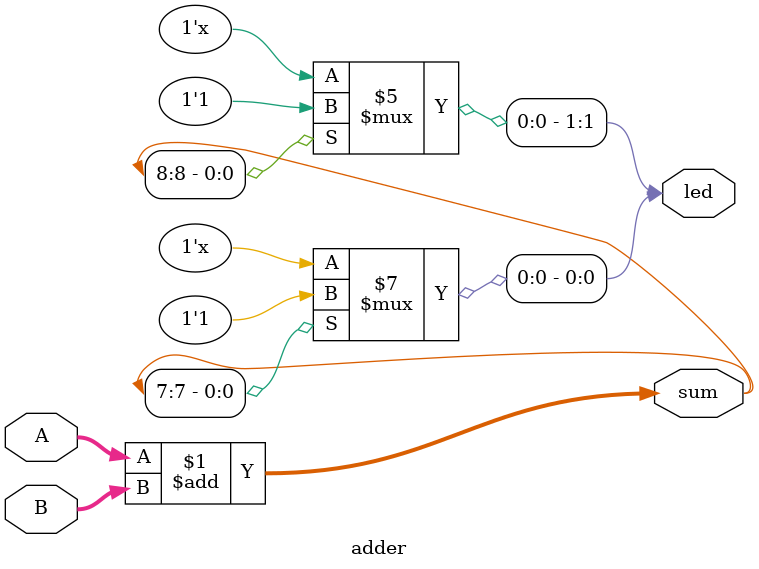
<source format=v>
`timescale 1ns / 1ps
module adder(
    input [7:0] A, B, 
    output reg [1:0] led,
    output [8:0] sum    // 9 bits, compensate for carry
);

assign sum = A + B;

always @ (sum) begin
    if (sum[7] == 1) led[0] <= 1'b1;   // negative number 
    if (sum[8] == 1) led[1] <= 1'b1;  // overflow
end


endmodule

</source>
